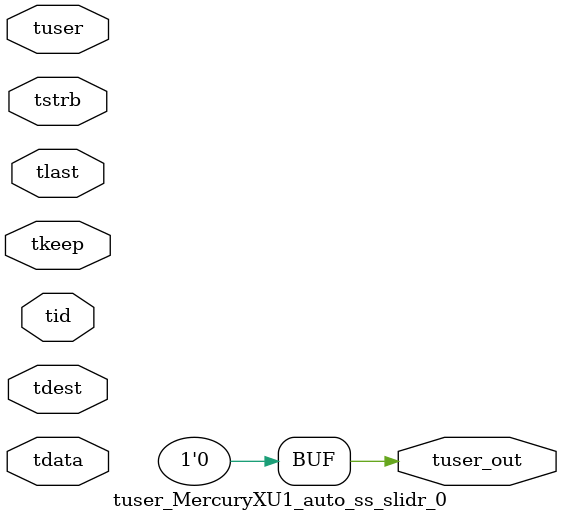
<source format=v>


`timescale 1ps/1ps

module tuser_MercuryXU1_auto_ss_slidr_0 #
(
parameter C_S_AXIS_TUSER_WIDTH = 1,
parameter C_S_AXIS_TDATA_WIDTH = 32,
parameter C_S_AXIS_TID_WIDTH   = 0,
parameter C_S_AXIS_TDEST_WIDTH = 0,
parameter C_M_AXIS_TUSER_WIDTH = 1
)
(
input  [(C_S_AXIS_TUSER_WIDTH == 0 ? 1 : C_S_AXIS_TUSER_WIDTH)-1:0     ] tuser,
input  [(C_S_AXIS_TDATA_WIDTH == 0 ? 1 : C_S_AXIS_TDATA_WIDTH)-1:0     ] tdata,
input  [(C_S_AXIS_TID_WIDTH   == 0 ? 1 : C_S_AXIS_TID_WIDTH)-1:0       ] tid,
input  [(C_S_AXIS_TDEST_WIDTH == 0 ? 1 : C_S_AXIS_TDEST_WIDTH)-1:0     ] tdest,
input  [(C_S_AXIS_TDATA_WIDTH/8)-1:0 ] tkeep,
input  [(C_S_AXIS_TDATA_WIDTH/8)-1:0 ] tstrb,
input                                                                    tlast,
output [C_M_AXIS_TUSER_WIDTH-1:0] tuser_out
);

assign tuser_out = {1'b0};

endmodule


</source>
